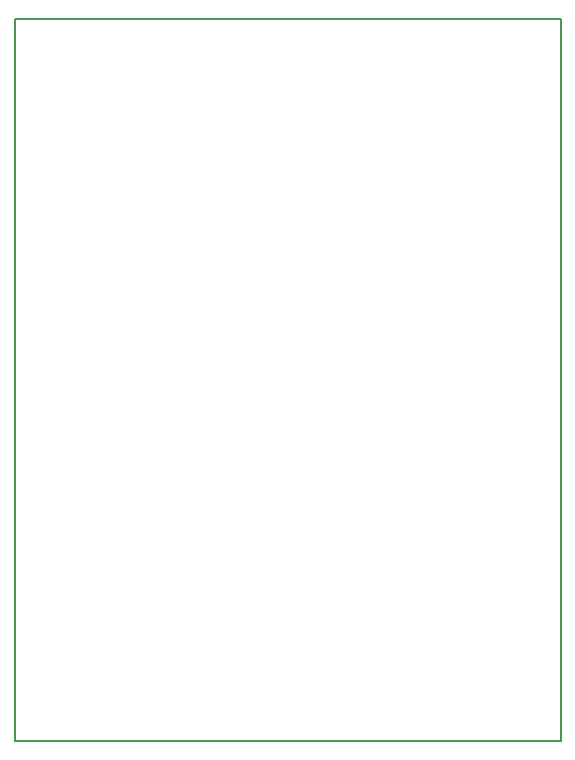
<source format=gbr>
%TF.GenerationSoftware,KiCad,Pcbnew,(6.0.1)*%
%TF.CreationDate,2022-07-28T18:23:26-07:00*%
%TF.ProjectId,2x2x12-idc-to-dip48,32783278-3132-42d6-9964-632d746f2d64,rev?*%
%TF.SameCoordinates,Original*%
%TF.FileFunction,Profile,NP*%
%FSLAX46Y46*%
G04 Gerber Fmt 4.6, Leading zero omitted, Abs format (unit mm)*
G04 Created by KiCad (PCBNEW (6.0.1)) date 2022-07-28 18:23:26*
%MOMM*%
%LPD*%
G01*
G04 APERTURE LIST*
%TA.AperFunction,Profile*%
%ADD10C,0.152400*%
%TD*%
G04 APERTURE END LIST*
D10*
X88912700Y-132077709D02*
X88912700Y-70920909D01*
X88912700Y-70920909D02*
X135140700Y-70920909D01*
X135140700Y-70920909D02*
X135140700Y-132077709D01*
X135140700Y-132077709D02*
X88912700Y-132077709D01*
M02*

</source>
